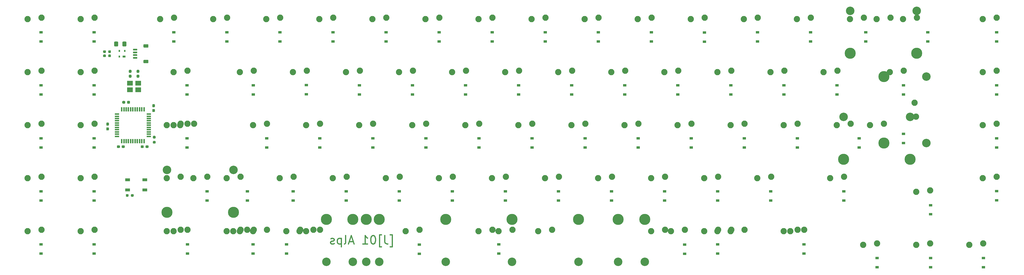
<source format=gbs>
G04 #@! TF.GenerationSoftware,KiCad,Pcbnew,(5.1.12)-1*
G04 #@! TF.CreationDate,2022-01-08T12:52:10-05:00*
G04 #@! TF.ProjectId,J-01-Alps,4a2d3031-2d41-46c7-9073-2e6b69636164,rev?*
G04 #@! TF.SameCoordinates,Original*
G04 #@! TF.FileFunction,Soldermask,Bot*
G04 #@! TF.FilePolarity,Negative*
%FSLAX46Y46*%
G04 Gerber Fmt 4.6, Leading zero omitted, Abs format (unit mm)*
G04 Created by KiCad (PCBNEW (5.1.12)-1) date 2022-01-08 12:52:10*
%MOMM*%
%LPD*%
G01*
G04 APERTURE LIST*
%ADD10C,0.400000*%
%ADD11C,2.250000*%
%ADD12R,1.000000X0.700000*%
%ADD13R,0.600000X0.700000*%
%ADD14C,3.987800*%
%ADD15C,3.048000*%
%ADD16R,1.200000X0.900000*%
%ADD17R,2.100000X1.800000*%
%ADD18R,0.550000X1.500000*%
%ADD19R,1.500000X0.550000*%
%ADD20R,1.800000X1.100000*%
G04 APERTURE END LIST*
D10*
X164995535Y-153169642D02*
X165709821Y-153169642D01*
X165709821Y-148883928D01*
X164995535Y-148883928D01*
X162995535Y-149169642D02*
X162995535Y-151312500D01*
X163138392Y-151741071D01*
X163424107Y-152026785D01*
X163852678Y-152169642D01*
X164138392Y-152169642D01*
X161852678Y-153169642D02*
X161138392Y-153169642D01*
X161138392Y-148883928D01*
X161852678Y-148883928D01*
X158995535Y-149169642D02*
X158709821Y-149169642D01*
X158424107Y-149312500D01*
X158281250Y-149455357D01*
X158138392Y-149741071D01*
X157995535Y-150312500D01*
X157995535Y-151026785D01*
X158138392Y-151598214D01*
X158281250Y-151883928D01*
X158424107Y-152026785D01*
X158709821Y-152169642D01*
X158995535Y-152169642D01*
X159281250Y-152026785D01*
X159424107Y-151883928D01*
X159566964Y-151598214D01*
X159709821Y-151026785D01*
X159709821Y-150312500D01*
X159566964Y-149741071D01*
X159424107Y-149455357D01*
X159281250Y-149312500D01*
X158995535Y-149169642D01*
X155138392Y-152169642D02*
X156852678Y-152169642D01*
X155995535Y-152169642D02*
X155995535Y-149169642D01*
X156281250Y-149598214D01*
X156566964Y-149883928D01*
X156852678Y-150026785D01*
X151709821Y-151312500D02*
X150281250Y-151312500D01*
X151995535Y-152169642D02*
X150995535Y-149169642D01*
X149995535Y-152169642D01*
X148566964Y-152169642D02*
X148852678Y-152026785D01*
X148995535Y-151741071D01*
X148995535Y-149169642D01*
X147424107Y-150169642D02*
X147424107Y-153169642D01*
X147424107Y-150312500D02*
X147138392Y-150169642D01*
X146566964Y-150169642D01*
X146281250Y-150312500D01*
X146138392Y-150455357D01*
X145995535Y-150741071D01*
X145995535Y-151598214D01*
X146138392Y-151883928D01*
X146281250Y-152026785D01*
X146566964Y-152169642D01*
X147138392Y-152169642D01*
X147424107Y-152026785D01*
X144852678Y-152026785D02*
X144566964Y-152169642D01*
X143995535Y-152169642D01*
X143709821Y-152026785D01*
X143566964Y-151741071D01*
X143566964Y-151598214D01*
X143709821Y-151312500D01*
X143995535Y-151169642D01*
X144424107Y-151169642D01*
X144709821Y-151026785D01*
X144852678Y-150741071D01*
X144852678Y-150598214D01*
X144709821Y-150312500D01*
X144424107Y-150169642D01*
X143995535Y-150169642D01*
X143709821Y-150312500D01*
D11*
G04 #@! TO.C,SW-M1*
X34800000Y-71400000D03*
X39800000Y-70900000D03*
G04 #@! TD*
G04 #@! TO.C,SW-DEL1*
X377690000Y-71410000D03*
X382690000Y-70910000D03*
G04 #@! TD*
G04 #@! TO.C,SW-RIGHT1*
X372900000Y-152481250D03*
X377900000Y-151981250D03*
G04 #@! TD*
G04 #@! TO.C,SW-M9*
X34831250Y-147606250D03*
X39831250Y-147106250D03*
G04 #@! TD*
G04 #@! TO.C,SW-M2*
X53850000Y-71400000D03*
X58850000Y-70900000D03*
G04 #@! TD*
G04 #@! TO.C,SW-ESC1*
X82431250Y-71406250D03*
X87431250Y-70906250D03*
G04 #@! TD*
G04 #@! TO.C,SW-`1*
X349131250Y-71400000D03*
X354131250Y-70900000D03*
G04 #@! TD*
G04 #@! TO.C,SW-SPACE225*
X170537500Y-147606250D03*
X175537500Y-147106250D03*
G04 #@! TD*
G04 #@! TO.C,SW-END1*
X377690000Y-128556250D03*
X382690000Y-128056250D03*
G04 #@! TD*
G04 #@! TO.C,SW-RSHFT1*
X322937500Y-128556250D03*
X327937500Y-128056250D03*
G04 #@! TD*
G04 #@! TO.C,SW-PGDN1*
X377690000Y-109506250D03*
X382690000Y-109006250D03*
G04 #@! TD*
G04 #@! TO.C,SW-\u005C2*
X344368750Y-90456250D03*
X349368750Y-89956250D03*
G04 #@! TD*
G04 #@! TO.C,SW-PGUP1*
X377690000Y-90460000D03*
X382690000Y-89960000D03*
G04 #@! TD*
G04 #@! TO.C,SW-DOWN1*
X353850000Y-152481250D03*
X358850000Y-151981250D03*
G04 #@! TD*
G04 #@! TO.C,SW-LEFT1*
X334800000Y-152481250D03*
X339800000Y-151981250D03*
G04 #@! TD*
G04 #@! TO.C,SW-RCTRL2*
X308650000Y-147606250D03*
X313650000Y-147106250D03*
G04 #@! TD*
G04 #@! TO.C,SW-M8*
X53881250Y-128556250D03*
X58881250Y-128056250D03*
G04 #@! TD*
G04 #@! TO.C,SW-LSHIFT2*
X84812500Y-128556250D03*
X89812500Y-128056250D03*
G04 #@! TD*
G04 #@! TO.C,SW-M4*
X53850000Y-90450000D03*
X58850000Y-89950000D03*
G04 #@! TD*
G04 #@! TO.C,SW-TAB1*
X87193750Y-90456250D03*
X92193750Y-89956250D03*
G04 #@! TD*
G04 #@! TO.C,SW-M5*
X34800000Y-109500000D03*
X39800000Y-109000000D03*
G04 #@! TD*
G04 #@! TO.C,SW-LCTRL2*
X87193750Y-147606250D03*
X92193750Y-147106250D03*
G04 #@! TD*
G04 #@! TO.C,SW-LCTRL1*
X84812500Y-147606250D03*
X89812500Y-147106250D03*
G04 #@! TD*
G04 #@! TO.C,SW-M10*
X53881250Y-147606250D03*
X58881250Y-147106250D03*
G04 #@! TD*
G04 #@! TO.C,SW-9*
X253881250Y-71406250D03*
X258881250Y-70906250D03*
G04 #@! TD*
G04 #@! TO.C,SW-UP1*
X353850000Y-133430000D03*
X358850000Y-132930000D03*
G04 #@! TD*
D12*
G04 #@! TO.C,U4*
X69493750Y-84837500D03*
D13*
X69693750Y-82837500D03*
X67793750Y-84837500D03*
X67793750Y-82837500D03*
G04 #@! TD*
D11*
G04 #@! TO.C,SW-L1*
X268168750Y-109506250D03*
X273168750Y-109006250D03*
G04 #@! TD*
G04 #@! TO.C,C6*
G36*
G01*
X76525000Y-117012500D02*
X76525000Y-117487500D01*
G75*
G02*
X76287500Y-117725000I-237500J0D01*
G01*
X75687500Y-117725000D01*
G75*
G02*
X75450000Y-117487500I0J237500D01*
G01*
X75450000Y-117012500D01*
G75*
G02*
X75687500Y-116775000I237500J0D01*
G01*
X76287500Y-116775000D01*
G75*
G02*
X76525000Y-117012500I0J-237500D01*
G01*
G37*
G36*
G01*
X78250000Y-117012500D02*
X78250000Y-117487500D01*
G75*
G02*
X78012500Y-117725000I-237500J0D01*
G01*
X77412500Y-117725000D01*
G75*
G02*
X77175000Y-117487500I0J237500D01*
G01*
X77175000Y-117012500D01*
G75*
G02*
X77412500Y-116775000I237500J0D01*
G01*
X78012500Y-116775000D01*
G75*
G02*
X78250000Y-117012500I0J-237500D01*
G01*
G37*
G04 #@! TD*
G04 #@! TO.C,SW-RALT3*
X258643750Y-147606250D03*
X263643750Y-147106250D03*
G04 #@! TD*
G04 #@! TO.C,SW-SPACE625*
X203875000Y-147606250D03*
X208875000Y-147106250D03*
G04 #@! TD*
G04 #@! TO.C,SW-SPACE7*
X196731250Y-147606250D03*
G36*
G01*
X201652774Y-148228510D02*
X201652774Y-148228510D01*
G75*
G02*
X200608990Y-147027774I78476J1122260D01*
G01*
X200608990Y-147027774D01*
G75*
G02*
X201809726Y-145983990I1122260J-78476D01*
G01*
X201809726Y-145983990D01*
G75*
G02*
X202853510Y-147184726I-78476J-1122260D01*
G01*
X202853510Y-147184726D01*
G75*
G02*
X201652774Y-148228510I-1122260J78476D01*
G01*
G37*
G04 #@! TD*
G04 #@! TO.C,SW-LALT3*
X127675000Y-147606250D03*
X132675000Y-147106250D03*
G04 #@! TD*
G04 #@! TO.C,SW-LALT2*
X115768750Y-147606250D03*
X120768750Y-147106250D03*
G04 #@! TD*
G04 #@! TO.C,SW-LWIN2*
X106243750Y-147606250D03*
X111243750Y-147106250D03*
G04 #@! TD*
G04 #@! TO.C,SW-MENU2*
X282456250Y-147606250D03*
X287456250Y-147106250D03*
G04 #@! TD*
D14*
G04 #@! TO.C,SW-SPACE6*
X246856250Y-143351250D03*
X151606250Y-143351250D03*
D15*
X246856250Y-158591250D03*
X151606250Y-158591250D03*
D11*
X196731250Y-147606250D03*
X201731250Y-147106250D03*
G04 #@! TD*
D14*
G04 #@! TO.C,Stab-275U1*
X208724500Y-143351250D03*
X232600500Y-143351250D03*
D15*
X208724500Y-158591250D03*
X232600500Y-158591250D03*
G04 #@! TD*
D14*
G04 #@! TO.C,Stab-225U2*
X161099500Y-143351250D03*
X184975500Y-143351250D03*
D15*
X161099500Y-158591250D03*
X184975500Y-158591250D03*
G04 #@! TD*
D11*
G04 #@! TO.C,SW-LWIN3*
X111006250Y-147606250D03*
X116006250Y-147106250D03*
G04 #@! TD*
G04 #@! TO.C,SW-LALT4*
X134818750Y-147606250D03*
X139818750Y-147106250D03*
G04 #@! TD*
G04 #@! TO.C,SW-SPACE275*
X218162500Y-147606250D03*
X223162500Y-147106250D03*
G04 #@! TD*
G04 #@! TO.C,SW-RALT2*
X265787500Y-147606250D03*
X270787500Y-147106250D03*
G04 #@! TD*
G04 #@! TO.C,SW-MENU1*
X287218750Y-147606250D03*
X292218750Y-147106250D03*
G04 #@! TD*
D16*
G04 #@! TO.C,D77*
X270750000Y-152400000D03*
X270750000Y-155700000D03*
G04 #@! TD*
G04 #@! TO.C,D75*
X175500000Y-152400000D03*
X175500000Y-155700000D03*
G04 #@! TD*
D11*
G04 #@! TO.C,SW-CAPS1*
X89575000Y-109506250D03*
X94575000Y-109006250D03*
G04 #@! TD*
D14*
G04 #@! TO.C,Stab-225U3*
X108775500Y-140811250D03*
X84899500Y-140811250D03*
D15*
X108775500Y-125571250D03*
X84899500Y-125571250D03*
G04 #@! TD*
D11*
G04 #@! TO.C,SW-3800CAPS1*
X87193750Y-109506250D03*
X92193750Y-109006250D03*
G04 #@! TD*
D14*
G04 #@! TO.C,Stab-7U1*
X256381250Y-143351250D03*
X142081250Y-143351250D03*
D15*
X256381250Y-158591250D03*
X142081250Y-158591250D03*
G04 #@! TD*
D14*
G04 #@! TO.C,Stab-625U1*
X256374900Y-143351250D03*
X156375100Y-143351250D03*
D15*
X256374900Y-158591250D03*
X156375100Y-158591250D03*
G04 #@! TD*
D14*
G04 #@! TO.C,Stab-2U1*
X354044250Y-83661250D03*
X330168250Y-83661250D03*
D15*
X354044250Y-68421250D03*
X330168250Y-68421250D03*
G04 #@! TD*
D14*
G04 #@! TO.C,Stab-225U1*
X351663000Y-121761250D03*
X327787000Y-121761250D03*
D15*
X351663000Y-106521250D03*
X327787000Y-106521250D03*
G04 #@! TD*
D11*
G04 #@! TO.C,SW-ISOEN1*
X353750000Y-106481250D03*
X353250000Y-101481250D03*
D15*
X357505000Y-92043250D03*
X357505000Y-115919250D03*
D14*
X342265000Y-92043250D03*
X342265000Y-115919250D03*
G04 #@! TD*
D11*
G04 #@! TO.C,SW-Z1*
X125293750Y-128556250D03*
X130293750Y-128056250D03*
G04 #@! TD*
G04 #@! TO.C,SW-Y1*
X206256250Y-90456250D03*
X211256250Y-89956250D03*
G04 #@! TD*
G04 #@! TO.C,SW-X1*
X144343750Y-128556250D03*
X149343750Y-128056250D03*
G04 #@! TD*
G04 #@! TO.C,SW-W1*
X130056250Y-90456250D03*
X135056250Y-89956250D03*
G04 #@! TD*
G04 #@! TO.C,SW-V1*
X182443750Y-128556250D03*
X187443750Y-128056250D03*
G04 #@! TD*
G04 #@! TO.C,SW-U1*
X225306250Y-90456250D03*
X230306250Y-89956250D03*
G04 #@! TD*
G04 #@! TO.C,SW-T1*
X187206250Y-90456250D03*
X192206250Y-89956250D03*
G04 #@! TD*
G04 #@! TO.C,SW-STEPCAPS1*
X84812500Y-109506250D03*
X89812500Y-109006250D03*
G04 #@! TD*
G04 #@! TO.C,SW-S1*
X134818750Y-109506250D03*
X139818750Y-109006250D03*
G04 #@! TD*
G04 #@! TO.C,SW-RCTRL1*
X306268750Y-147606250D03*
X311268750Y-147106250D03*
G04 #@! TD*
G04 #@! TO.C,SW-RALT1*
X277693750Y-147606250D03*
X282693750Y-147106250D03*
G04 #@! TD*
G04 #@! TO.C,SW-R1*
X168156250Y-90456250D03*
X173156250Y-89956250D03*
G04 #@! TD*
G04 #@! TO.C,SW-Q1*
X111006250Y-90456250D03*
X116006250Y-89956250D03*
G04 #@! TD*
G04 #@! TO.C,SW-P1*
X282456250Y-90456250D03*
X287456250Y-89956250D03*
G04 #@! TD*
G04 #@! TO.C,SW-O1*
X263406250Y-90456250D03*
X268406250Y-89956250D03*
G04 #@! TD*
G04 #@! TO.C,SW-N1*
X220543750Y-128556250D03*
X225543750Y-128056250D03*
G04 #@! TD*
G04 #@! TO.C,SW-M11*
X239593750Y-128556250D03*
X244593750Y-128056250D03*
G04 #@! TD*
G04 #@! TO.C,SW-M7*
X34831250Y-128556250D03*
X39831250Y-128056250D03*
G04 #@! TD*
G04 #@! TO.C,SW-M6*
X53850000Y-109500000D03*
X58850000Y-109000000D03*
G04 #@! TD*
G04 #@! TO.C,SW-M3*
X34800000Y-90450000D03*
X39800000Y-89950000D03*
G04 #@! TD*
G04 #@! TO.C,SW-LWIN1*
X108625000Y-147606250D03*
X113625000Y-147106250D03*
G04 #@! TD*
G04 #@! TO.C,SW-LSHIFT1*
X94337500Y-128556250D03*
X99337500Y-128056250D03*
G04 #@! TD*
G04 #@! TO.C,SW-LALT1*
X132437500Y-147606250D03*
X137437500Y-147106250D03*
G04 #@! TD*
G04 #@! TO.C,SW-K1*
X249118750Y-109506250D03*
X254118750Y-109006250D03*
G04 #@! TD*
G04 #@! TO.C,SW-J1*
X230068750Y-109506250D03*
X235068750Y-109006250D03*
G04 #@! TD*
G04 #@! TO.C,SW-I1*
X244356250Y-90456250D03*
X249356250Y-89956250D03*
G04 #@! TD*
G04 #@! TO.C,SW-H1*
X211018750Y-109506250D03*
X216018750Y-109006250D03*
G04 #@! TD*
G04 #@! TO.C,SW-G1*
X191968750Y-109506250D03*
X196968750Y-109006250D03*
G04 #@! TD*
G04 #@! TO.C,SW-F1*
X172918750Y-109506250D03*
X177918750Y-109006250D03*
G04 #@! TD*
G04 #@! TO.C,SW-E1*
X149106250Y-90456250D03*
X154106250Y-89956250D03*
G04 #@! TD*
G04 #@! TO.C,SW-D1*
X153868750Y-109506250D03*
X158868750Y-109006250D03*
G04 #@! TD*
G04 #@! TO.C,SW-C1*
X163393750Y-128556250D03*
X168393750Y-128056250D03*
G04 #@! TD*
G04 #@! TO.C,SW-BKSP1*
X339606250Y-71406250D03*
X344606250Y-70906250D03*
G04 #@! TD*
G04 #@! TO.C,SW-B1*
X201493750Y-128556250D03*
X206493750Y-128056250D03*
G04 #@! TD*
G04 #@! TO.C,SW-ANSIEN1*
X337225000Y-109506250D03*
X342225000Y-109006250D03*
G04 #@! TD*
G04 #@! TO.C,SW-A1*
X115768750Y-109506250D03*
X120768750Y-109006250D03*
G04 #@! TD*
G04 #@! TO.C,SW-]1*
X320556250Y-90456250D03*
X325556250Y-89956250D03*
G04 #@! TD*
G04 #@! TO.C,SW-\u005C3*
X106243750Y-128556250D03*
X111243750Y-128056250D03*
G04 #@! TD*
G04 #@! TO.C,SW-\u005C1*
X330081250Y-71400000D03*
X335081250Y-70900000D03*
G04 #@! TD*
G04 #@! TO.C,SW-[1*
X301506250Y-90456250D03*
X306506250Y-89956250D03*
G04 #@! TD*
G04 #@! TO.C,SW-=1*
X311031250Y-71406250D03*
X316031250Y-70906250D03*
G04 #@! TD*
G04 #@! TO.C,SW-;1*
X287218750Y-109506250D03*
X292218750Y-109006250D03*
G04 #@! TD*
G04 #@! TO.C,SW-/1*
X296743750Y-128556250D03*
X301743750Y-128056250D03*
G04 #@! TD*
G04 #@! TO.C,SW--1*
X291981250Y-71406250D03*
X296981250Y-70906250D03*
G04 #@! TD*
G04 #@! TO.C,SW-'1*
X306268750Y-109506250D03*
X311268750Y-109006250D03*
G04 #@! TD*
G04 #@! TO.C,SW-#1*
X325318750Y-109506250D03*
X330318750Y-109006250D03*
G04 #@! TD*
G04 #@! TO.C,SW-8*
X234831250Y-71406250D03*
X239831250Y-70906250D03*
G04 #@! TD*
G04 #@! TO.C,SW-7*
X215781250Y-71406250D03*
X220781250Y-70906250D03*
G04 #@! TD*
G04 #@! TO.C,SW-6*
X196731250Y-71406250D03*
X201731250Y-70906250D03*
G04 #@! TD*
G04 #@! TO.C,SW-5*
X177681250Y-71406250D03*
X182681250Y-70906250D03*
G04 #@! TD*
G04 #@! TO.C,SW-4*
X158631250Y-71406250D03*
X163631250Y-70906250D03*
G04 #@! TD*
G04 #@! TO.C,SW-3*
X139581250Y-71406250D03*
X144581250Y-70906250D03*
G04 #@! TD*
G04 #@! TO.C,SW-2*
X120531250Y-71406250D03*
X125531250Y-70906250D03*
G04 #@! TD*
G04 #@! TO.C,SW-1*
X101481250Y-71406250D03*
X106481250Y-70906250D03*
G04 #@! TD*
G04 #@! TO.C,SW-0*
X272931250Y-71406250D03*
X277931250Y-70906250D03*
G04 #@! TD*
G04 #@! TO.C,SW-\u002C1*
X258643750Y-128556250D03*
X263643750Y-128056250D03*
G04 #@! TD*
G04 #@! TO.C,SW-.1*
X277693750Y-128556250D03*
X282693750Y-128056250D03*
G04 #@! TD*
D17*
G04 #@! TO.C,Y1*
X74512500Y-94468750D03*
X71612500Y-94468750D03*
X71612500Y-96768750D03*
X74512500Y-96768750D03*
G04 #@! TD*
D18*
G04 #@! TO.C,U1*
X68618750Y-115237500D03*
X69418750Y-115237500D03*
X70218750Y-115237500D03*
X71018750Y-115237500D03*
X71818750Y-115237500D03*
X72618750Y-115237500D03*
X73418750Y-115237500D03*
X74218750Y-115237500D03*
X75018750Y-115237500D03*
X75818750Y-115237500D03*
X76618750Y-115237500D03*
D19*
X78318750Y-113537500D03*
X78318750Y-112737500D03*
X78318750Y-111937500D03*
X78318750Y-111137500D03*
X78318750Y-110337500D03*
X78318750Y-109537500D03*
X78318750Y-108737500D03*
X78318750Y-107937500D03*
X78318750Y-107137500D03*
X78318750Y-106337500D03*
X78318750Y-105537500D03*
D18*
X76618750Y-103837500D03*
X75818750Y-103837500D03*
X75018750Y-103837500D03*
X74218750Y-103837500D03*
X73418750Y-103837500D03*
X72618750Y-103837500D03*
X71818750Y-103837500D03*
X71018750Y-103837500D03*
X70218750Y-103837500D03*
X69418750Y-103837500D03*
X68618750Y-103837500D03*
D19*
X66918750Y-105537500D03*
X66918750Y-106337500D03*
X66918750Y-107137500D03*
X66918750Y-107937500D03*
X66918750Y-108737500D03*
X66918750Y-109537500D03*
X66918750Y-110337500D03*
X66918750Y-111137500D03*
X66918750Y-111937500D03*
X66918750Y-112737500D03*
X66918750Y-113537500D03*
G04 #@! TD*
D20*
G04 #@! TO.C,SW1*
X70718750Y-129118750D03*
X76918750Y-132818750D03*
X70718750Y-132818750D03*
X76918750Y-129118750D03*
G04 #@! TD*
G04 #@! TO.C,RC3*
G36*
G01*
X71075000Y-134512500D02*
X71075000Y-134987500D01*
G75*
G02*
X70837500Y-135225000I-237500J0D01*
G01*
X70337500Y-135225000D01*
G75*
G02*
X70100000Y-134987500I0J237500D01*
G01*
X70100000Y-134512500D01*
G75*
G02*
X70337500Y-134275000I237500J0D01*
G01*
X70837500Y-134275000D01*
G75*
G02*
X71075000Y-134512500I0J-237500D01*
G01*
G37*
G36*
G01*
X72900000Y-134512500D02*
X72900000Y-134987500D01*
G75*
G02*
X72662500Y-135225000I-237500J0D01*
G01*
X72162500Y-135225000D01*
G75*
G02*
X71925000Y-134987500I0J237500D01*
G01*
X71925000Y-134512500D01*
G75*
G02*
X72162500Y-134275000I237500J0D01*
G01*
X72662500Y-134275000D01*
G75*
G02*
X72900000Y-134512500I0J-237500D01*
G01*
G37*
G04 #@! TD*
G04 #@! TO.C,RC2*
G36*
G01*
X62925000Y-84362500D02*
X62925000Y-84837500D01*
G75*
G02*
X62687500Y-85075000I-237500J0D01*
G01*
X62187500Y-85075000D01*
G75*
G02*
X61950000Y-84837500I0J237500D01*
G01*
X61950000Y-84362500D01*
G75*
G02*
X62187500Y-84125000I237500J0D01*
G01*
X62687500Y-84125000D01*
G75*
G02*
X62925000Y-84362500I0J-237500D01*
G01*
G37*
G36*
G01*
X64750000Y-84362500D02*
X64750000Y-84837500D01*
G75*
G02*
X64512500Y-85075000I-237500J0D01*
G01*
X64012500Y-85075000D01*
G75*
G02*
X63775000Y-84837500I0J237500D01*
G01*
X63775000Y-84362500D01*
G75*
G02*
X64012500Y-84125000I237500J0D01*
G01*
X64512500Y-84125000D01*
G75*
G02*
X64750000Y-84362500I0J-237500D01*
G01*
G37*
G04 #@! TD*
G04 #@! TO.C,RC1*
G36*
G01*
X63775000Y-83337500D02*
X63775000Y-82862500D01*
G75*
G02*
X64012500Y-82625000I237500J0D01*
G01*
X64512500Y-82625000D01*
G75*
G02*
X64750000Y-82862500I0J-237500D01*
G01*
X64750000Y-83337500D01*
G75*
G02*
X64512500Y-83575000I-237500J0D01*
G01*
X64012500Y-83575000D01*
G75*
G02*
X63775000Y-83337500I0J237500D01*
G01*
G37*
G36*
G01*
X61950000Y-83337500D02*
X61950000Y-82862500D01*
G75*
G02*
X62187500Y-82625000I237500J0D01*
G01*
X62687500Y-82625000D01*
G75*
G02*
X62925000Y-82862500I0J-237500D01*
G01*
X62925000Y-83337500D01*
G75*
G02*
X62687500Y-83575000I-237500J0D01*
G01*
X62187500Y-83575000D01*
G75*
G02*
X61950000Y-83337500I0J237500D01*
G01*
G37*
G04 #@! TD*
G04 #@! TO.C,RC4*
G36*
G01*
X80537500Y-114325000D02*
X80062500Y-114325000D01*
G75*
G02*
X79825000Y-114087500I0J237500D01*
G01*
X79825000Y-113587500D01*
G75*
G02*
X80062500Y-113350000I237500J0D01*
G01*
X80537500Y-113350000D01*
G75*
G02*
X80775000Y-113587500I0J-237500D01*
G01*
X80775000Y-114087500D01*
G75*
G02*
X80537500Y-114325000I-237500J0D01*
G01*
G37*
G36*
G01*
X80537500Y-116150000D02*
X80062500Y-116150000D01*
G75*
G02*
X79825000Y-115912500I0J237500D01*
G01*
X79825000Y-115412500D01*
G75*
G02*
X80062500Y-115175000I237500J0D01*
G01*
X80537500Y-115175000D01*
G75*
G02*
X80775000Y-115412500I0J-237500D01*
G01*
X80775000Y-115912500D01*
G75*
G02*
X80537500Y-116150000I-237500J0D01*
G01*
G37*
G04 #@! TD*
G04 #@! TO.C,JST2*
G36*
G01*
X76656249Y-86050000D02*
X77956251Y-86050000D01*
G75*
G02*
X78206250Y-86299999I0J-249999D01*
G01*
X78206250Y-87000001D01*
G75*
G02*
X77956251Y-87250000I-249999J0D01*
G01*
X76656249Y-87250000D01*
G75*
G02*
X76406250Y-87000001I0J249999D01*
G01*
X76406250Y-86299999D01*
G75*
G02*
X76656249Y-86050000I249999J0D01*
G01*
G37*
G36*
G01*
X76656249Y-80450000D02*
X77956251Y-80450000D01*
G75*
G02*
X78206250Y-80699999I0J-249999D01*
G01*
X78206250Y-81400001D01*
G75*
G02*
X77956251Y-81650000I-249999J0D01*
G01*
X76656249Y-81650000D01*
G75*
G02*
X76406250Y-81400001I0J249999D01*
G01*
X76406250Y-80699999D01*
G75*
G02*
X76656249Y-80450000I249999J0D01*
G01*
G37*
G36*
G01*
X72806250Y-85050000D02*
X74056250Y-85050000D01*
G75*
G02*
X74206250Y-85200000I0J-150000D01*
G01*
X74206250Y-85500000D01*
G75*
G02*
X74056250Y-85650000I-150000J0D01*
G01*
X72806250Y-85650000D01*
G75*
G02*
X72656250Y-85500000I0J150000D01*
G01*
X72656250Y-85200000D01*
G75*
G02*
X72806250Y-85050000I150000J0D01*
G01*
G37*
G36*
G01*
X72806250Y-84050000D02*
X74056250Y-84050000D01*
G75*
G02*
X74206250Y-84200000I0J-150000D01*
G01*
X74206250Y-84500000D01*
G75*
G02*
X74056250Y-84650000I-150000J0D01*
G01*
X72806250Y-84650000D01*
G75*
G02*
X72656250Y-84500000I0J150000D01*
G01*
X72656250Y-84200000D01*
G75*
G02*
X72806250Y-84050000I150000J0D01*
G01*
G37*
G36*
G01*
X72806250Y-83050000D02*
X74056250Y-83050000D01*
G75*
G02*
X74206250Y-83200000I0J-150000D01*
G01*
X74206250Y-83500000D01*
G75*
G02*
X74056250Y-83650000I-150000J0D01*
G01*
X72806250Y-83650000D01*
G75*
G02*
X72656250Y-83500000I0J150000D01*
G01*
X72656250Y-83200000D01*
G75*
G02*
X72806250Y-83050000I150000J0D01*
G01*
G37*
G36*
G01*
X72806250Y-82050000D02*
X74056250Y-82050000D01*
G75*
G02*
X74206250Y-82200000I0J-150000D01*
G01*
X74206250Y-82500000D01*
G75*
G02*
X74056250Y-82650000I-150000J0D01*
G01*
X72806250Y-82650000D01*
G75*
G02*
X72656250Y-82500000I0J150000D01*
G01*
X72656250Y-82200000D01*
G75*
G02*
X72806250Y-82050000I150000J0D01*
G01*
G37*
G04 #@! TD*
G04 #@! TO.C,F1*
G36*
G01*
X68875000Y-80975000D02*
X68875000Y-79725000D01*
G75*
G02*
X69125000Y-79475000I250000J0D01*
G01*
X70050000Y-79475000D01*
G75*
G02*
X70300000Y-79725000I0J-250000D01*
G01*
X70300000Y-80975000D01*
G75*
G02*
X70050000Y-81225000I-250000J0D01*
G01*
X69125000Y-81225000D01*
G75*
G02*
X68875000Y-80975000I0J250000D01*
G01*
G37*
G36*
G01*
X65900000Y-80975000D02*
X65900000Y-79725000D01*
G75*
G02*
X66150000Y-79475000I250000J0D01*
G01*
X67075000Y-79475000D01*
G75*
G02*
X67325000Y-79725000I0J-250000D01*
G01*
X67325000Y-80975000D01*
G75*
G02*
X67075000Y-81225000I-250000J0D01*
G01*
X66150000Y-81225000D01*
G75*
G02*
X65900000Y-80975000I0J250000D01*
G01*
G37*
G04 #@! TD*
D16*
G04 #@! TO.C,D82*
X378000000Y-157250000D03*
X378000000Y-160550000D03*
G04 #@! TD*
G04 #@! TO.C,D81*
X359000000Y-157250000D03*
X359000000Y-160550000D03*
G04 #@! TD*
G04 #@! TO.C,D80*
X339800000Y-157250000D03*
X339800000Y-160550000D03*
G04 #@! TD*
G04 #@! TO.C,D79*
X313531250Y-152337500D03*
X313531250Y-155637500D03*
G04 #@! TD*
G04 #@! TO.C,D78*
X282575000Y-152337500D03*
X282575000Y-155637500D03*
G04 #@! TD*
G04 #@! TO.C,D76*
X204000000Y-152337500D03*
X204000000Y-155637500D03*
G04 #@! TD*
G04 #@! TO.C,D74*
X127750000Y-152337500D03*
X127750000Y-155637500D03*
G04 #@! TD*
G04 #@! TO.C,D73*
X115750000Y-152337500D03*
X115750000Y-155637500D03*
G04 #@! TD*
G04 #@! TO.C,D72*
X92250000Y-152337500D03*
X92250000Y-155637500D03*
G04 #@! TD*
G04 #@! TO.C,D71*
X58737500Y-152337500D03*
X58737500Y-155637500D03*
G04 #@! TD*
G04 #@! TO.C,D70*
X39687500Y-152337500D03*
X39687500Y-155637500D03*
G04 #@! TD*
G04 #@! TO.C,D69*
X382700000Y-133250000D03*
X382700000Y-136550000D03*
G04 #@! TD*
G04 #@! TO.C,D68*
X359000000Y-138250000D03*
X359000000Y-141550000D03*
G04 #@! TD*
G04 #@! TO.C,D67*
X327818750Y-133287500D03*
X327818750Y-136587500D03*
G04 #@! TD*
G04 #@! TO.C,D66*
X301625000Y-133287500D03*
X301625000Y-136587500D03*
G04 #@! TD*
G04 #@! TO.C,D65*
X282575000Y-133287500D03*
X282575000Y-136587500D03*
G04 #@! TD*
G04 #@! TO.C,D64*
X263525000Y-133287500D03*
X263525000Y-136587500D03*
G04 #@! TD*
G04 #@! TO.C,D63*
X244475000Y-133287500D03*
X244475000Y-136587500D03*
G04 #@! TD*
G04 #@! TO.C,D62*
X225425000Y-133287500D03*
X225425000Y-136587500D03*
G04 #@! TD*
G04 #@! TO.C,D61*
X206375000Y-133287500D03*
X206375000Y-136587500D03*
G04 #@! TD*
G04 #@! TO.C,D60*
X187325000Y-133287500D03*
X187325000Y-136587500D03*
G04 #@! TD*
G04 #@! TO.C,D59*
X168275000Y-133287500D03*
X168275000Y-136587500D03*
G04 #@! TD*
G04 #@! TO.C,D58*
X149225000Y-133287500D03*
X149225000Y-136587500D03*
G04 #@! TD*
G04 #@! TO.C,D57*
X130175000Y-133287500D03*
X130175000Y-136587500D03*
G04 #@! TD*
G04 #@! TO.C,D56*
X113750000Y-133287500D03*
X113750000Y-136587500D03*
G04 #@! TD*
G04 #@! TO.C,D55*
X99218750Y-133287500D03*
X99218750Y-136587500D03*
G04 #@! TD*
G04 #@! TO.C,D54*
X58737500Y-133287500D03*
X58737500Y-136587500D03*
G04 #@! TD*
G04 #@! TO.C,D53*
X39687500Y-133287500D03*
X39687500Y-136587500D03*
G04 #@! TD*
G04 #@! TO.C,D52*
X382700000Y-114237500D03*
X382700000Y-117537500D03*
G04 #@! TD*
G04 #@! TO.C,D51*
X349250000Y-112650000D03*
X349250000Y-115950000D03*
G04 #@! TD*
G04 #@! TO.C,D50*
X333375000Y-114237500D03*
X333375000Y-117537500D03*
G04 #@! TD*
G04 #@! TO.C,D49*
X311150000Y-114237500D03*
X311150000Y-117537500D03*
G04 #@! TD*
G04 #@! TO.C,D48*
X292100000Y-114237500D03*
X292100000Y-117537500D03*
G04 #@! TD*
G04 #@! TO.C,D47*
X273050000Y-114237500D03*
X273050000Y-117537500D03*
G04 #@! TD*
G04 #@! TO.C,D46*
X254000000Y-114237500D03*
X254000000Y-117537500D03*
G04 #@! TD*
G04 #@! TO.C,D45*
X234950000Y-114237500D03*
X234950000Y-117537500D03*
G04 #@! TD*
G04 #@! TO.C,D44*
X215900000Y-114237500D03*
X215900000Y-117537500D03*
G04 #@! TD*
G04 #@! TO.C,D43*
X196850000Y-114237500D03*
X196850000Y-117537500D03*
G04 #@! TD*
G04 #@! TO.C,D42*
X177800000Y-114237500D03*
X177800000Y-117537500D03*
G04 #@! TD*
G04 #@! TO.C,D41*
X158750000Y-114237500D03*
X158750000Y-117537500D03*
G04 #@! TD*
G04 #@! TO.C,D40*
X139700000Y-114237500D03*
X139700000Y-117537500D03*
G04 #@! TD*
G04 #@! TO.C,D39*
X120650000Y-114237500D03*
X120650000Y-117537500D03*
G04 #@! TD*
G04 #@! TO.C,D38*
X92075000Y-114237500D03*
X92075000Y-117537500D03*
G04 #@! TD*
G04 #@! TO.C,D37*
X58737500Y-114237500D03*
X58737500Y-117537500D03*
G04 #@! TD*
G04 #@! TO.C,D36*
X39687500Y-114237500D03*
X39687500Y-117537500D03*
G04 #@! TD*
G04 #@! TO.C,D35*
X382700000Y-95187500D03*
X382700000Y-98487500D03*
G04 #@! TD*
G04 #@! TO.C,D34*
X349250000Y-95187500D03*
X349250000Y-98487500D03*
G04 #@! TD*
G04 #@! TO.C,D33*
X325437500Y-95187500D03*
X325437500Y-98487500D03*
G04 #@! TD*
G04 #@! TO.C,D32*
X306387500Y-95187500D03*
X306387500Y-98487500D03*
G04 #@! TD*
G04 #@! TO.C,D31*
X287337500Y-95187500D03*
X287337500Y-98487500D03*
G04 #@! TD*
G04 #@! TO.C,D30*
X268287500Y-95187500D03*
X268287500Y-98487500D03*
G04 #@! TD*
G04 #@! TO.C,D29*
X249237500Y-95187500D03*
X249237500Y-98487500D03*
G04 #@! TD*
G04 #@! TO.C,D28*
X230187500Y-95187500D03*
X230187500Y-98487500D03*
G04 #@! TD*
G04 #@! TO.C,D27*
X211137500Y-95187500D03*
X211137500Y-98487500D03*
G04 #@! TD*
G04 #@! TO.C,D26*
X192087500Y-95187500D03*
X192087500Y-98487500D03*
G04 #@! TD*
G04 #@! TO.C,D25*
X173037500Y-95187500D03*
X173037500Y-98487500D03*
G04 #@! TD*
G04 #@! TO.C,D24*
X153987500Y-95187500D03*
X153987500Y-98487500D03*
G04 #@! TD*
G04 #@! TO.C,D23*
X134937500Y-95125000D03*
X134937500Y-98425000D03*
G04 #@! TD*
G04 #@! TO.C,D22*
X115887500Y-95187500D03*
X115887500Y-98487500D03*
G04 #@! TD*
G04 #@! TO.C,D21*
X92075000Y-95187500D03*
X92075000Y-98487500D03*
G04 #@! TD*
G04 #@! TO.C,D20*
X58737500Y-95187500D03*
X58737500Y-98487500D03*
G04 #@! TD*
G04 #@! TO.C,D19*
X39687500Y-95187500D03*
X39687500Y-98487500D03*
G04 #@! TD*
G04 #@! TO.C,D18*
X382700000Y-76137500D03*
X382700000Y-79437500D03*
G04 #@! TD*
G04 #@! TO.C,D17*
X357981250Y-76137500D03*
X357981250Y-79437500D03*
G04 #@! TD*
G04 #@! TO.C,D16*
X335756250Y-76137500D03*
X335756250Y-79437500D03*
G04 #@! TD*
G04 #@! TO.C,D15*
X315912500Y-76137500D03*
X315912500Y-79437500D03*
G04 #@! TD*
G04 #@! TO.C,D14*
X296862500Y-76137500D03*
X296862500Y-79437500D03*
G04 #@! TD*
G04 #@! TO.C,D13*
X277812500Y-76200000D03*
X277812500Y-79500000D03*
G04 #@! TD*
G04 #@! TO.C,D12*
X258762500Y-76137500D03*
X258762500Y-79437500D03*
G04 #@! TD*
G04 #@! TO.C,D11*
X239712500Y-76137500D03*
X239712500Y-79437500D03*
G04 #@! TD*
G04 #@! TO.C,D10*
X220662500Y-76137500D03*
X220662500Y-79437500D03*
G04 #@! TD*
G04 #@! TO.C,D9*
X201612500Y-76137500D03*
X201612500Y-79437500D03*
G04 #@! TD*
G04 #@! TO.C,D8*
X182562500Y-76137500D03*
X182562500Y-79437500D03*
G04 #@! TD*
G04 #@! TO.C,D7*
X163512500Y-76137500D03*
X163512500Y-79437500D03*
G04 #@! TD*
G04 #@! TO.C,D6*
X144462500Y-76137500D03*
X144462500Y-79437500D03*
G04 #@! TD*
G04 #@! TO.C,D5*
X125412500Y-76137500D03*
X125412500Y-79437500D03*
G04 #@! TD*
G04 #@! TO.C,D4*
X106362500Y-76137500D03*
X106362500Y-79437500D03*
G04 #@! TD*
G04 #@! TO.C,D3*
X87312500Y-76137500D03*
X87312500Y-79437500D03*
G04 #@! TD*
G04 #@! TO.C,D2*
X58737500Y-76137500D03*
X58737500Y-79437500D03*
G04 #@! TD*
G04 #@! TO.C,D1*
X39687500Y-76137500D03*
X39687500Y-79437500D03*
G04 #@! TD*
G04 #@! TO.C,CC2*
G36*
G01*
X71887500Y-90725000D02*
X71412500Y-90725000D01*
G75*
G02*
X71175000Y-90487500I0J237500D01*
G01*
X71175000Y-89887500D01*
G75*
G02*
X71412500Y-89650000I237500J0D01*
G01*
X71887500Y-89650000D01*
G75*
G02*
X72125000Y-89887500I0J-237500D01*
G01*
X72125000Y-90487500D01*
G75*
G02*
X71887500Y-90725000I-237500J0D01*
G01*
G37*
G36*
G01*
X71887500Y-92450000D02*
X71412500Y-92450000D01*
G75*
G02*
X71175000Y-92212500I0J237500D01*
G01*
X71175000Y-91612500D01*
G75*
G02*
X71412500Y-91375000I237500J0D01*
G01*
X71887500Y-91375000D01*
G75*
G02*
X72125000Y-91612500I0J-237500D01*
G01*
X72125000Y-92212500D01*
G75*
G02*
X71887500Y-92450000I-237500J0D01*
G01*
G37*
G04 #@! TD*
G04 #@! TO.C,CC1*
G36*
G01*
X74687500Y-90725000D02*
X74212500Y-90725000D01*
G75*
G02*
X73975000Y-90487500I0J237500D01*
G01*
X73975000Y-89887500D01*
G75*
G02*
X74212500Y-89650000I237500J0D01*
G01*
X74687500Y-89650000D01*
G75*
G02*
X74925000Y-89887500I0J-237500D01*
G01*
X74925000Y-90487500D01*
G75*
G02*
X74687500Y-90725000I-237500J0D01*
G01*
G37*
G36*
G01*
X74687500Y-92450000D02*
X74212500Y-92450000D01*
G75*
G02*
X73975000Y-92212500I0J237500D01*
G01*
X73975000Y-91612500D01*
G75*
G02*
X74212500Y-91375000I237500J0D01*
G01*
X74687500Y-91375000D01*
G75*
G02*
X74925000Y-91612500I0J-237500D01*
G01*
X74925000Y-92212500D01*
G75*
G02*
X74687500Y-92450000I-237500J0D01*
G01*
G37*
G04 #@! TD*
G04 #@! TO.C,C8*
G36*
G01*
X70525000Y-101537500D02*
X70525000Y-101062500D01*
G75*
G02*
X70762500Y-100825000I237500J0D01*
G01*
X71362500Y-100825000D01*
G75*
G02*
X71600000Y-101062500I0J-237500D01*
G01*
X71600000Y-101537500D01*
G75*
G02*
X71362500Y-101775000I-237500J0D01*
G01*
X70762500Y-101775000D01*
G75*
G02*
X70525000Y-101537500I0J237500D01*
G01*
G37*
G36*
G01*
X68800000Y-101537500D02*
X68800000Y-101062500D01*
G75*
G02*
X69037500Y-100825000I237500J0D01*
G01*
X69637500Y-100825000D01*
G75*
G02*
X69875000Y-101062500I0J-237500D01*
G01*
X69875000Y-101537500D01*
G75*
G02*
X69637500Y-101775000I-237500J0D01*
G01*
X69037500Y-101775000D01*
G75*
G02*
X68800000Y-101537500I0J237500D01*
G01*
G37*
G04 #@! TD*
G04 #@! TO.C,C7*
G36*
G01*
X80287500Y-103062500D02*
X79812500Y-103062500D01*
G75*
G02*
X79575000Y-102825000I0J237500D01*
G01*
X79575000Y-102225000D01*
G75*
G02*
X79812500Y-101987500I237500J0D01*
G01*
X80287500Y-101987500D01*
G75*
G02*
X80525000Y-102225000I0J-237500D01*
G01*
X80525000Y-102825000D01*
G75*
G02*
X80287500Y-103062500I-237500J0D01*
G01*
G37*
G36*
G01*
X80287500Y-104787500D02*
X79812500Y-104787500D01*
G75*
G02*
X79575000Y-104550000I0J237500D01*
G01*
X79575000Y-103950000D01*
G75*
G02*
X79812500Y-103712500I237500J0D01*
G01*
X80287500Y-103712500D01*
G75*
G02*
X80525000Y-103950000I0J-237500D01*
G01*
X80525000Y-104550000D01*
G75*
G02*
X80287500Y-104787500I-237500J0D01*
G01*
G37*
G04 #@! TD*
G04 #@! TO.C,C5*
G36*
G01*
X68625000Y-117487500D02*
X68625000Y-117012500D01*
G75*
G02*
X68862500Y-116775000I237500J0D01*
G01*
X69462500Y-116775000D01*
G75*
G02*
X69700000Y-117012500I0J-237500D01*
G01*
X69700000Y-117487500D01*
G75*
G02*
X69462500Y-117725000I-237500J0D01*
G01*
X68862500Y-117725000D01*
G75*
G02*
X68625000Y-117487500I0J237500D01*
G01*
G37*
G36*
G01*
X66900000Y-117487500D02*
X66900000Y-117012500D01*
G75*
G02*
X67137500Y-116775000I237500J0D01*
G01*
X67737500Y-116775000D01*
G75*
G02*
X67975000Y-117012500I0J-237500D01*
G01*
X67975000Y-117487500D01*
G75*
G02*
X67737500Y-117725000I-237500J0D01*
G01*
X67137500Y-117725000D01*
G75*
G02*
X66900000Y-117487500I0J237500D01*
G01*
G37*
G04 #@! TD*
G04 #@! TO.C,C2*
G36*
G01*
X63312500Y-110325000D02*
X63787500Y-110325000D01*
G75*
G02*
X64025000Y-110562500I0J-237500D01*
G01*
X64025000Y-111162500D01*
G75*
G02*
X63787500Y-111400000I-237500J0D01*
G01*
X63312500Y-111400000D01*
G75*
G02*
X63075000Y-111162500I0J237500D01*
G01*
X63075000Y-110562500D01*
G75*
G02*
X63312500Y-110325000I237500J0D01*
G01*
G37*
G36*
G01*
X63312500Y-108600000D02*
X63787500Y-108600000D01*
G75*
G02*
X64025000Y-108837500I0J-237500D01*
G01*
X64025000Y-109437500D01*
G75*
G02*
X63787500Y-109675000I-237500J0D01*
G01*
X63312500Y-109675000D01*
G75*
G02*
X63075000Y-109437500I0J237500D01*
G01*
X63075000Y-108837500D01*
G75*
G02*
X63312500Y-108600000I237500J0D01*
G01*
G37*
G04 #@! TD*
M02*

</source>
